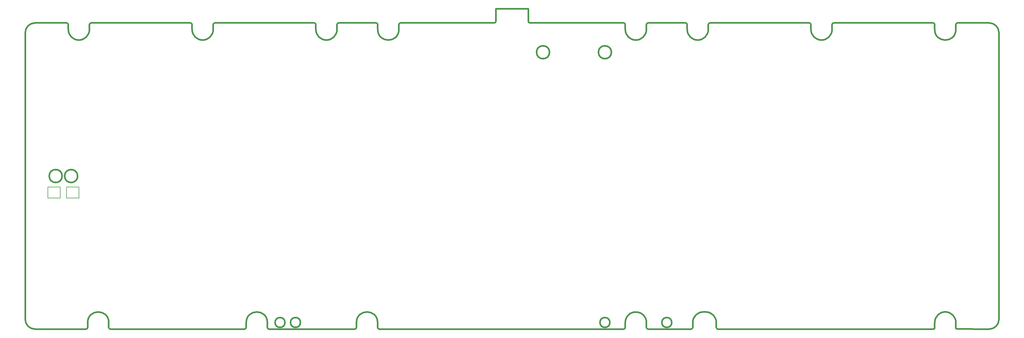
<source format=gbr>
%TF.GenerationSoftware,KiCad,Pcbnew,8.99.0-946-gf00a1ab517*%
%TF.CreationDate,2024-06-04T13:04:33+07:00*%
%TF.ProjectId,Sessantacinque65,53657373-616e-4746-9163-696e71756536,rev?*%
%TF.SameCoordinates,Original*%
%TF.FileFunction,Profile,NP*%
%FSLAX46Y46*%
G04 Gerber Fmt 4.6, Leading zero omitted, Abs format (unit mm)*
G04 Created by KiCad (PCBNEW 8.99.0-946-gf00a1ab517) date 2024-06-04 13:04:33*
%MOMM*%
%LPD*%
G01*
G04 APERTURE LIST*
%TA.AperFunction,Profile*%
%ADD10C,0.500000*%
%TD*%
%TA.AperFunction,Profile*%
%ADD11C,0.150000*%
%TD*%
G04 APERTURE END LIST*
D10*
X162929350Y54480348D02*
X171937730Y54480348D01*
X50691040Y148720246D02*
X46087065Y148720233D01*
X55011040Y148720246D02*
X54291042Y148720246D01*
X274185855Y148218928D02*
X274185855Y146698998D01*
X-912200Y101600000D02*
G75*
G02*
X-4900000Y101600000I-1993900J0D01*
G01*
X-4900000Y101600000D02*
G75*
G02*
X-912200Y101600000I1993900J0D01*
G01*
X12441040Y148720246D02*
X7978910Y148720246D01*
X76686065Y148720246D02*
X55731101Y148720246D01*
X210231040Y148720246D02*
X209511042Y148720246D01*
X-9288135Y54480348D02*
X-6360650Y54480348D01*
X16041040Y148720246D02*
X15321042Y148720246D01*
X6940050Y54980328D02*
G75*
G02*
X6440065Y54480340I-499980J-8D01*
G01*
X102737297Y146700078D02*
G75*
G02*
X96237297Y146700078I-3250000J1D01*
G01*
X151071040Y148720246D02*
X150351042Y148720246D01*
X287463060Y57480328D02*
G75*
G02*
X284472230Y54480354I-2999960J-28D01*
G01*
X45587060Y146700088D02*
G75*
G02*
X39087069Y146707726I-3250000J2D01*
G01*
X13161040Y148720246D02*
X12441042Y148720246D01*
X85354350Y54480348D02*
X86074350Y54480348D01*
X142587043Y153040000D02*
X132587043Y153040000D01*
X45587060Y148220228D02*
G75*
G02*
X46087065Y148720240I500040J-28D01*
G01*
X157889350Y54480348D02*
X158609350Y54480348D01*
X7485700Y146700088D02*
G75*
G02*
X985701Y146707726I-3250004J-1D01*
G01*
X142587034Y149227462D02*
X142587043Y153040000D01*
X197986500Y148220228D02*
G75*
G02*
X198479710Y148720251I500200J-128D01*
G01*
X485665Y148720246D02*
X-9288135Y148720231D01*
X158609350Y54480348D02*
X159329350Y54480348D01*
X208791040Y148720246D02*
X208071042Y148720246D01*
X197986500Y148220228D02*
X197986500Y146700128D01*
X-2760650Y54480348D02*
X-2040650Y54480348D01*
X-6360650Y54480348D02*
X-5640650Y54480348D01*
X84634350Y54480348D02*
X85354350Y54480348D01*
X55755880Y54980328D02*
X55755880Y56499991D01*
X172437730Y54980328D02*
X172437730Y56500128D01*
X62755865Y54480348D02*
G75*
G02*
X62255948Y54980348I35J499952D01*
G01*
X53571040Y148720246D02*
X52851042Y148720246D01*
X274188538Y54966025D02*
X274205606Y54836629D01*
X284465555Y148718917D02*
G75*
G02*
X287463118Y145718918I-2455J-3000017D01*
G01*
X236087860Y146700128D02*
G75*
G02*
X229587949Y146707726I-3249960J-28D01*
G01*
X112731040Y148720246D02*
X112011101Y148720246D01*
X274335028Y54612513D02*
X274438569Y54533053D01*
X236087860Y148220128D02*
G75*
G02*
X236587875Y148720140I500040J-28D01*
G01*
X172437620Y146707726D02*
X172437620Y148220246D01*
X89688649Y56499991D02*
G75*
G02*
X96188649Y56499991I3250000J0D01*
G01*
X161489350Y54480348D02*
X162209350Y54480348D01*
X186736660Y56514680D02*
G75*
G02*
X183688660Y56514680I-1524000J0D01*
G01*
X183688660Y56514680D02*
G75*
G02*
X186736660Y56514680I1524000J0D01*
G01*
X-2040650Y54480348D02*
X-1320563Y54480348D01*
X13881040Y148720246D02*
X13161042Y148720246D01*
X112011040Y148720246D02*
X111291042Y148720246D01*
X148191040Y148720246D02*
X143087165Y148720246D01*
X178937620Y148220228D02*
G75*
G02*
X179432469Y148720253I500080J-28D01*
G01*
X193188205Y54980328D02*
G75*
G02*
X192688205Y54480395I-500005J72D01*
G01*
X178937620Y146700128D02*
G75*
G02*
X172437589Y146707726I-3250020J72D01*
G01*
X51411040Y148720246D02*
X50691042Y148720246D01*
X200963060Y54459280D02*
G75*
G02*
X200463080Y54959260I40J500020D01*
G01*
X96237283Y148220228D02*
X96237297Y148220228D01*
X267437989Y54547376D02*
X267541530Y54626836D01*
X282864653Y148720246D02*
X282231042Y148720246D01*
X109131040Y148720246D02*
X108411042Y148720246D01*
X107691040Y148720246D02*
X103230294Y148720246D01*
X159329350Y54480348D02*
X160049350Y54480348D01*
X102737297Y148220228D02*
G75*
G02*
X103230294Y148720251I500203J-128D01*
G01*
X62255880Y56499991D02*
X62255880Y54980348D01*
X17481040Y148720246D02*
X16761042Y148720246D01*
X96688665Y54480348D02*
X157889350Y54480348D01*
X193188205Y54980328D02*
X193188205Y56514331D01*
X985700Y146707726D02*
X985683Y148220228D01*
X197986500Y146700128D02*
G75*
G02*
X191486509Y146707726I-3250000J-28D01*
G01*
X83686020Y148220228D02*
G75*
G02*
X84180869Y148720253I500080J-28D01*
G01*
X274255570Y54716055D02*
X274335028Y54612513D01*
X149106400Y139700000D02*
G75*
G02*
X145118600Y139700000I-1993900J0D01*
G01*
X145118600Y139700000D02*
G75*
G02*
X149106400Y139700000I1993900J0D01*
G01*
X206631040Y148720246D02*
X205911042Y148720246D01*
X276963866Y148720246D02*
X274681102Y148718915D01*
X-1320564Y54480347D02*
X6440065Y54480348D01*
X172437730Y56500128D02*
G75*
G02*
X172457445Y56857415I3246070J72D01*
G01*
X190986465Y148720246D02*
X179432469Y148720246D01*
X208071040Y148720246D02*
X207351042Y148720246D01*
X-9288135Y54480348D02*
G75*
G02*
X-12288140Y57480348I18J3000023D01*
G01*
X89688649Y54980328D02*
X89688649Y56499991D01*
X279351040Y148720246D02*
X278631042Y148720246D01*
X171937665Y148720246D02*
G75*
G02*
X172437546Y148220246I-65J-499946D01*
G01*
X149631040Y148720246D02*
X148911042Y148720246D01*
X55731040Y148720246D02*
X55011101Y148720246D01*
X13940065Y54480348D02*
G75*
G02*
X13440114Y54972367I135J500152D01*
G01*
X13440050Y56499991D02*
X13440050Y54972366D01*
X83686020Y148220228D02*
X83686020Y146700088D01*
X82474350Y54480348D02*
X83194350Y54480348D01*
X205911040Y148720246D02*
X205191042Y148720246D01*
X55755880Y56499991D02*
G75*
G02*
X62255880Y56499991I3250000J0D01*
G01*
X-5640650Y54480348D02*
X-4920650Y54480348D01*
X278631040Y148720246D02*
X277911042Y148720246D01*
X160769350Y54480348D02*
X161489350Y54480348D01*
X150351040Y148720246D02*
X149631042Y148720246D01*
X287463060Y57480328D02*
X287463060Y145718918D01*
X54291040Y148720246D02*
X53571042Y148720246D01*
X160049350Y54480348D02*
X160769350Y54480348D01*
X7485700Y148220228D02*
G75*
G02*
X7978910Y148720252I500170J-98D01*
G01*
X267620988Y54730378D02*
X267670952Y54850952D01*
X96237297Y148220228D02*
X96237297Y146700078D01*
X108411040Y148720246D02*
X107691042Y148720246D01*
X-12288138Y145720228D02*
G75*
G02*
X-9288135Y148720231I3000005J-2D01*
G01*
X111291040Y148720246D02*
X110571042Y148720246D01*
X6940050Y54980328D02*
X6940050Y56499991D01*
X132587043Y153040000D02*
X132587033Y149220165D01*
X86074350Y54480348D02*
X86794350Y54480348D01*
X-3480650Y54480348D02*
X-2760650Y54480348D01*
X284465555Y148718917D02*
X282864653Y148720246D01*
X168156480Y139700000D02*
G75*
G02*
X164168680Y139700000I-1993900J0D01*
G01*
X164168680Y139700000D02*
G75*
G02*
X168156480Y139700000I1993900J0D01*
G01*
X16761040Y148720246D02*
X16041042Y148720246D01*
X236087860Y148220128D02*
X236087860Y146700128D01*
X45587060Y148220228D02*
X45587060Y146700088D01*
X171937665Y148720246D02*
X153231042Y148720246D01*
X267185880Y148719165D02*
X236587875Y148720093D01*
X178937620Y148220228D02*
X178937620Y146700128D01*
X143087165Y148720246D02*
G75*
G02*
X142587096Y149227461I35J500154D01*
G01*
X38587065Y148720246D02*
X17481042Y148720246D01*
X274438569Y54533053D02*
X284472230Y54480348D01*
X274185855Y146698998D02*
G75*
G02*
X267685855Y146698998I-3250000J0D01*
G01*
X62755865Y54480348D02*
X81754350Y54480348D01*
X178937730Y56479316D02*
X178937730Y54959516D01*
X267541530Y54626836D02*
X267620988Y54730378D01*
X172518682Y57220871D02*
G75*
G02*
X178937806Y56479316I3169118J-720871D01*
G01*
X229087865Y148720246D02*
X210231042Y148720246D01*
X6940050Y56499991D02*
G75*
G02*
X13440050Y56499991I3250000J0D01*
G01*
X280071040Y148720246D02*
X279351042Y148720246D01*
X83686020Y146700088D02*
G75*
G02*
X77185989Y146707726I-3250020J12D01*
G01*
X267188020Y54480348D02*
X267317415Y54497410D01*
X205191040Y148720246D02*
X198479710Y148720246D01*
X151791040Y148720246D02*
X151071042Y148720246D01*
X96688665Y54480348D02*
G75*
G02*
X96188713Y54972429I135J500152D01*
G01*
X167685860Y56514999D02*
G75*
G02*
X164637860Y56514999I-1524000J0D01*
G01*
X164637860Y56514999D02*
G75*
G02*
X167685860Y56514999I1524000J0D01*
G01*
X485665Y148720246D02*
G75*
G02*
X985683Y148220228I0J-500018D01*
G01*
X200963060Y54459280D02*
X267188020Y54480348D01*
X196436759Y59749991D02*
X197212965Y59749991D01*
X52851040Y148720246D02*
X52131042Y148720246D01*
X89688649Y54980328D02*
G75*
G02*
X89188665Y54480351I-499949J-28D01*
G01*
X-4200650Y54480348D02*
X-3480650Y54480348D01*
X277191040Y148720246D02*
X276963866Y148720246D01*
X132087033Y148720246D02*
X112731101Y148720246D01*
X281511040Y148720246D02*
X280791042Y148720246D01*
X267688020Y56514351D02*
G75*
G02*
X270938443Y59770919I3232880J23649D01*
G01*
X67673360Y56514999D02*
G75*
G02*
X64625360Y56514999I-1524000J0D01*
G01*
X64625360Y56514999D02*
G75*
G02*
X67673360Y56514999I1524000J0D01*
G01*
X15321040Y148720246D02*
X14601042Y148720246D01*
X274205606Y54836629D02*
X274255570Y54716055D01*
X77186020Y146707726D02*
X77186020Y148220246D01*
X39087060Y146707726D02*
X39087060Y148225023D01*
X209511040Y148720246D02*
X208791042Y148720246D01*
X72436180Y56514680D02*
G75*
G02*
X69388180Y56514680I-1524000J0D01*
G01*
X69388180Y56514680D02*
G75*
G02*
X72436180Y56514680I1524000J0D01*
G01*
X274188538Y56500028D02*
X274188538Y54966025D01*
X200463060Y56479060D02*
X200463060Y54959260D01*
X152511040Y148720246D02*
X151791042Y148720246D01*
X162209350Y54480348D02*
X162929350Y54480348D01*
X179437730Y54459536D02*
X192688205Y54480348D01*
X267685855Y146698998D02*
X267685855Y148219165D01*
X229587860Y146707726D02*
X229587860Y148225023D01*
X52131040Y148720246D02*
X51411042Y148720246D01*
X83914350Y54480348D02*
X84634350Y54480348D01*
X193188205Y56514331D02*
G75*
G02*
X196436759Y59749998I3242895J-7231D01*
G01*
X229087865Y148720246D02*
G75*
G02*
X229587923Y148225024I35J-500046D01*
G01*
X38587065Y148720246D02*
G75*
G02*
X39087123Y148225024I35J-500046D01*
G01*
X14601040Y148720246D02*
X13881042Y148720246D01*
X172457682Y56861590D02*
X172518682Y57220871D01*
X102737297Y148220228D02*
X102737297Y146700078D01*
X267688020Y54980348D02*
X267688020Y56514351D01*
X95737265Y148720246D02*
X84180869Y148720246D01*
X13940065Y54480348D02*
X55255880Y54480348D01*
X207351040Y148720246D02*
X206631101Y148720246D01*
X110571040Y148720246D02*
X109851042Y148720246D01*
X282231040Y148720246D02*
X281511042Y148720246D01*
X132587033Y149220165D02*
G75*
G02*
X132087033Y148720167I-500033J35D01*
G01*
X81754350Y54480348D02*
X82474350Y54480348D01*
X172457448Y56857415D02*
X172457682Y56861590D01*
X267317415Y54497410D02*
X267437989Y54547376D01*
X7485700Y148220228D02*
X7485700Y146700088D01*
X-4920650Y54480348D02*
X-4200579Y54480348D01*
X153231040Y148720246D02*
X152511042Y148720246D01*
X76686065Y148720246D02*
G75*
G02*
X77185946Y148220246I-65J-499946D01*
G01*
X3847800Y101590000D02*
G75*
G02*
X-140000Y101590000I-1993900J0D01*
G01*
X-140000Y101590000D02*
G75*
G02*
X3847800Y101590000I1993900J0D01*
G01*
X55755880Y54980328D02*
G75*
G02*
X55255880Y54480420I-499980J72D01*
G01*
X109851040Y148720246D02*
X109131042Y148720246D01*
X172437730Y54980328D02*
G75*
G02*
X171937730Y54480270I-500030J-28D01*
G01*
X274185855Y148218928D02*
G75*
G02*
X274681102Y148718922I500045J-28D01*
G01*
X83194350Y54480348D02*
X83914350Y54480348D01*
X267670952Y54850952D02*
X267688020Y54980348D01*
X197212965Y59749991D02*
G75*
G02*
X200463125Y56479060I35J-3250191D01*
G01*
X96188649Y56499991D02*
X96188649Y54972428D01*
X148911040Y148720246D02*
X148191042Y148720246D01*
X191486500Y146707726D02*
X191486483Y148220228D01*
X270938443Y59770959D02*
G75*
G02*
X274188493Y56500028I-43J-3250159D01*
G01*
X277911040Y148720246D02*
X277191042Y148720246D01*
X-12288138Y145720228D02*
X-12288140Y57480348D01*
X86794350Y54480348D02*
X89188665Y54480348D01*
X280791040Y148720246D02*
X280071042Y148720246D01*
X95737265Y148720246D02*
G75*
G02*
X96237346Y148220228I35J-500046D01*
G01*
X267185880Y148719165D02*
G75*
G02*
X267685865Y148219165I-80J-500065D01*
G01*
X179437730Y54459536D02*
G75*
G02*
X178937736Y54959516I-30J499964D01*
G01*
X190986465Y148720246D02*
G75*
G02*
X191486546Y148220228I35J-500046D01*
G01*
D11*
%TO.C,Dled1*%
X453900Y94810000D02*
X453900Y98210000D01*
X4253900Y98210000D02*
X453900Y98210000D01*
X4253900Y94810000D02*
X453900Y94810000D01*
X4253900Y94810000D02*
X4253900Y98210000D01*
%TO.C,Dled2*%
X-5306100Y94820000D02*
X-5306100Y98220000D01*
X-1506100Y98220000D02*
X-5306100Y98220000D01*
X-1506100Y94820000D02*
X-5306100Y94820000D01*
X-1506100Y94820000D02*
X-1506100Y98220000D01*
%TD*%
M02*

</source>
